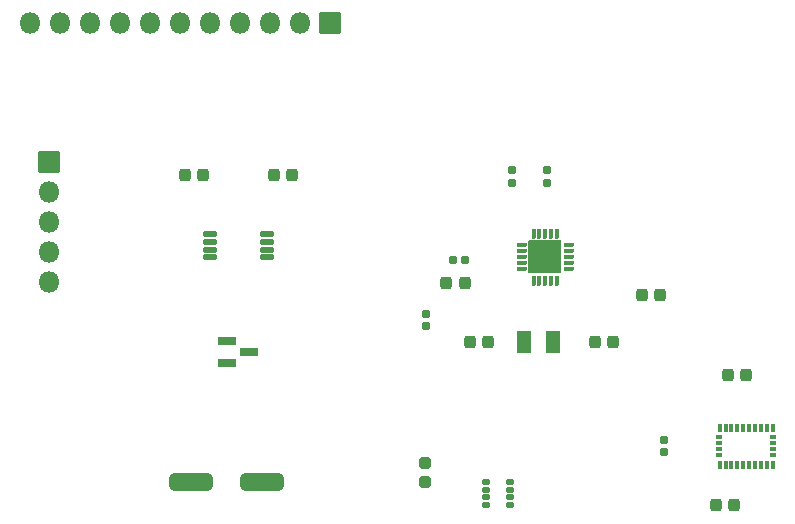
<source format=gbr>
%TF.GenerationSoftware,KiCad,Pcbnew,(6.0.7)*%
%TF.CreationDate,2023-07-12T23:11:51-05:00*%
%TF.ProjectId,UKDAQ,554b4441-512e-46b6-9963-61645f706362,rev?*%
%TF.SameCoordinates,Original*%
%TF.FileFunction,Soldermask,Top*%
%TF.FilePolarity,Negative*%
%FSLAX46Y46*%
G04 Gerber Fmt 4.6, Leading zero omitted, Abs format (unit mm)*
G04 Created by KiCad (PCBNEW (6.0.7)) date 2023-07-12 23:11:51*
%MOMM*%
%LPD*%
G01*
G04 APERTURE LIST*
G04 Aperture macros list*
%AMRoundRect*
0 Rectangle with rounded corners*
0 $1 Rounding radius*
0 $2 $3 $4 $5 $6 $7 $8 $9 X,Y pos of 4 corners*
0 Add a 4 corners polygon primitive as box body*
4,1,4,$2,$3,$4,$5,$6,$7,$8,$9,$2,$3,0*
0 Add four circle primitives for the rounded corners*
1,1,$1+$1,$2,$3*
1,1,$1+$1,$4,$5*
1,1,$1+$1,$6,$7*
1,1,$1+$1,$8,$9*
0 Add four rect primitives between the rounded corners*
20,1,$1+$1,$2,$3,$4,$5,0*
20,1,$1+$1,$4,$5,$6,$7,0*
20,1,$1+$1,$6,$7,$8,$9,0*
20,1,$1+$1,$8,$9,$2,$3,0*%
G04 Aperture macros list end*
%ADD10RoundRect,0.050800X-1.346200X-1.346200X1.346200X-1.346200X1.346200X1.346200X-1.346200X1.346200X0*%
%ADD11RoundRect,0.050800X-0.127000X-0.381000X0.127000X-0.381000X0.127000X0.381000X-0.127000X0.381000X0*%
%ADD12RoundRect,0.050800X0.381000X-0.127000X0.381000X0.127000X-0.381000X0.127000X-0.381000X-0.127000X0*%
%ADD13RoundRect,0.275800X-0.225000X-0.250000X0.225000X-0.250000X0.225000X0.250000X-0.225000X0.250000X0*%
%ADD14RoundRect,0.050800X-0.850000X-0.850000X0.850000X-0.850000X0.850000X0.850000X-0.850000X0.850000X0*%
%ADD15O,1.801600X1.801600*%
%ADD16RoundRect,0.200800X-0.587500X-0.150000X0.587500X-0.150000X0.587500X0.150000X-0.587500X0.150000X0*%
%ADD17RoundRect,0.185800X-0.135000X-0.185000X0.135000X-0.185000X0.135000X0.185000X-0.135000X0.185000X0*%
%ADD18RoundRect,0.050800X-0.250000X-0.175000X0.250000X-0.175000X0.250000X0.175000X-0.250000X0.175000X0*%
%ADD19RoundRect,0.400800X1.450000X-0.349999X1.450000X0.349999X-1.450000X0.349999X-1.450000X-0.349999X0*%
%ADD20RoundRect,0.400800X1.450000X-0.350000X1.450000X0.350000X-1.450000X0.350000X-1.450000X-0.350000X0*%
%ADD21RoundRect,0.050800X0.150000X0.262500X-0.150000X0.262500X-0.150000X-0.262500X0.150000X-0.262500X0*%
%ADD22RoundRect,0.050800X-0.212500X0.150000X-0.212500X-0.150000X0.212500X-0.150000X0.212500X0.150000X0*%
%ADD23RoundRect,0.185800X-0.185000X0.135000X-0.185000X-0.135000X0.185000X-0.135000X0.185000X0.135000X0*%
%ADD24RoundRect,0.050800X-0.500000X-0.900000X0.500000X-0.900000X0.500000X0.900000X-0.500000X0.900000X0*%
%ADD25RoundRect,0.275800X-0.250000X0.225000X-0.250000X-0.225000X0.250000X-0.225000X0.250000X0.225000X0*%
%ADD26RoundRect,0.275800X0.225000X0.250000X-0.225000X0.250000X-0.225000X-0.250000X0.225000X-0.250000X0*%
%ADD27RoundRect,0.050800X-0.850000X0.850000X-0.850000X-0.850000X0.850000X-0.850000X0.850000X0.850000X0*%
%ADD28RoundRect,0.050800X-0.510000X-0.205000X0.510000X-0.205000X0.510000X0.205000X-0.510000X0.205000X0*%
G04 APERTURE END LIST*
D10*
%TO.C,U5*%
X128000000Y-111000000D03*
D11*
X126999999Y-109031500D03*
X127500001Y-109031500D03*
X128000000Y-109031500D03*
X128499999Y-109031500D03*
X129000001Y-109031500D03*
D12*
X129968500Y-109999999D03*
X129968500Y-110500001D03*
X129968500Y-111000000D03*
X129968500Y-111499999D03*
X129968500Y-112000001D03*
D11*
X129000001Y-112968500D03*
X128499999Y-112968500D03*
X128000000Y-112968500D03*
X127500001Y-112968500D03*
X126999999Y-112968500D03*
D12*
X126031500Y-112000001D03*
X126031500Y-111499999D03*
X126031500Y-111000000D03*
X126031500Y-110500001D03*
X126031500Y-109999999D03*
%TD*%
D13*
%TO.C,C9*%
X142450000Y-132000000D03*
X144000000Y-132000000D03*
%TD*%
D14*
%TO.C,J1*%
X86000000Y-102925000D03*
D15*
X86000000Y-105465000D03*
X86000000Y-108005000D03*
X86000000Y-110545000D03*
X86000000Y-113085000D03*
%TD*%
D16*
%TO.C,U1*%
X101005000Y-118050000D03*
X101005000Y-119950000D03*
X102880000Y-119000000D03*
%TD*%
D17*
%TO.C,R4*%
X120138000Y-111252000D03*
X121158000Y-111252000D03*
%TD*%
D18*
%TO.C,U4*%
X125020000Y-130030000D03*
X125020000Y-130680000D03*
X125020000Y-131330000D03*
X125020000Y-131980000D03*
X122970000Y-131980000D03*
X122970000Y-131330000D03*
X122970000Y-130680000D03*
X122970000Y-130030000D03*
%TD*%
D13*
%TO.C,C5*%
X136160000Y-114160000D03*
X137710000Y-114160000D03*
%TD*%
D19*
%TO.C,C3*%
X98000000Y-130000000D03*
D20*
X104000000Y-130000000D03*
%TD*%
D21*
%TO.C,U3*%
X142750000Y-125437500D03*
D22*
X142687500Y-126250000D03*
X142687500Y-126750000D03*
X142687500Y-127250000D03*
X142687500Y-127750000D03*
D21*
X142750000Y-128562500D03*
X143250000Y-128562500D03*
X143750000Y-128562500D03*
X144250000Y-128562500D03*
X144750000Y-128562500D03*
X145250000Y-128562500D03*
X145750000Y-128562500D03*
X146250000Y-128562500D03*
X146750000Y-128562500D03*
X147250000Y-128562500D03*
D22*
X147312500Y-127750000D03*
X147312500Y-127250000D03*
X147312500Y-126750000D03*
X147312500Y-126250000D03*
D21*
X147250000Y-125437500D03*
X146750000Y-125437500D03*
X146250000Y-125437500D03*
X145750000Y-125437500D03*
X145250000Y-125437500D03*
X144750000Y-125437500D03*
X144250000Y-125437500D03*
X143750000Y-125437500D03*
X143250000Y-125437500D03*
%TD*%
D23*
%TO.C,R2*%
X128160000Y-103650000D03*
X128160000Y-104670000D03*
%TD*%
D13*
%TO.C,C8*%
X132160000Y-118160000D03*
X133710000Y-118160000D03*
%TD*%
D24*
%TO.C,Y1*%
X128660000Y-118160000D03*
X126160000Y-118160000D03*
%TD*%
D25*
%TO.C,C7*%
X117775000Y-128450000D03*
X117775000Y-130000000D03*
%TD*%
D13*
%TO.C,C2*%
X105000000Y-104000000D03*
X106550000Y-104000000D03*
%TD*%
%TO.C,C4*%
X143450000Y-121000000D03*
X145000000Y-121000000D03*
%TD*%
D23*
%TO.C,R3*%
X138000000Y-126490000D03*
X138000000Y-127510000D03*
%TD*%
D26*
%TO.C,C6*%
X123160000Y-118160000D03*
X121610000Y-118160000D03*
%TD*%
D13*
%TO.C,C1*%
X97450000Y-104000000D03*
X99000000Y-104000000D03*
%TD*%
D26*
%TO.C,C10*%
X121160000Y-113160000D03*
X119610000Y-113160000D03*
%TD*%
D27*
%TO.C,J2*%
X109728000Y-91186000D03*
D15*
X107188000Y-91186000D03*
X104648000Y-91186000D03*
X102108000Y-91186000D03*
X99568000Y-91186000D03*
X97028000Y-91186000D03*
X94488000Y-91186000D03*
X91948000Y-91186000D03*
X89408000Y-91186000D03*
X86868000Y-91186000D03*
X84328000Y-91186000D03*
%TD*%
D28*
%TO.C,U2*%
X99600000Y-109050000D03*
X99600000Y-109700000D03*
X99600000Y-110350000D03*
X99600000Y-111000000D03*
X104400000Y-111000000D03*
X104400000Y-110350000D03*
X104400000Y-109700000D03*
X104400000Y-109050000D03*
%TD*%
D23*
%TO.C,R5*%
X117856000Y-115824000D03*
X117856000Y-116844000D03*
%TD*%
%TO.C,R1*%
X125160000Y-103650000D03*
X125160000Y-104670000D03*
%TD*%
M02*

</source>
